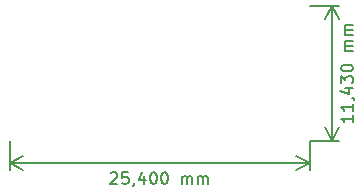
<source format=gbr>
%TF.GenerationSoftware,KiCad,Pcbnew,5.1.4-3.fc31*%
%TF.CreationDate,2019-11-22T15:17:55+01:00*%
%TF.ProjectId,screw-terminal-to-pcb-adapter,73637265-772d-4746-9572-6d696e616c2d,0.5*%
%TF.SameCoordinates,PX730f910PY310d5f8*%
%TF.FileFunction,Other,Comment*%
%FSLAX46Y46*%
G04 Gerber Fmt 4.6, Leading zero omitted, Abs format (unit mm)*
G04 Created by KiCad (PCBNEW 5.1.4-3.fc31) date 2019-11-22 15:17:55*
%MOMM*%
%LPD*%
G04 APERTURE LIST*
%ADD10C,0.150000*%
G04 APERTURE END LIST*
D10*
X29057380Y2143572D02*
X29057380Y1572143D01*
X29057380Y1857858D02*
X28057380Y1857858D01*
X28200238Y1762620D01*
X28295476Y1667381D01*
X28343095Y1572143D01*
X29057380Y3095953D02*
X29057380Y2524524D01*
X29057380Y2810239D02*
X28057380Y2810239D01*
X28200238Y2715000D01*
X28295476Y2619762D01*
X28343095Y2524524D01*
X29009761Y3572143D02*
X29057380Y3572143D01*
X29152619Y3524524D01*
X29200238Y3476905D01*
X28390714Y4429286D02*
X29057380Y4429286D01*
X28009761Y4191191D02*
X28724047Y3953096D01*
X28724047Y4572143D01*
X28057380Y4857858D02*
X28057380Y5476905D01*
X28438333Y5143572D01*
X28438333Y5286429D01*
X28485952Y5381667D01*
X28533571Y5429286D01*
X28628809Y5476905D01*
X28866904Y5476905D01*
X28962142Y5429286D01*
X29009761Y5381667D01*
X29057380Y5286429D01*
X29057380Y5000715D01*
X29009761Y4905477D01*
X28962142Y4857858D01*
X28057380Y6095953D02*
X28057380Y6191191D01*
X28105000Y6286429D01*
X28152619Y6334048D01*
X28247857Y6381667D01*
X28438333Y6429286D01*
X28676428Y6429286D01*
X28866904Y6381667D01*
X28962142Y6334048D01*
X29009761Y6286429D01*
X29057380Y6191191D01*
X29057380Y6095953D01*
X29009761Y6000715D01*
X28962142Y5953096D01*
X28866904Y5905477D01*
X28676428Y5857858D01*
X28438333Y5857858D01*
X28247857Y5905477D01*
X28152619Y5953096D01*
X28105000Y6000715D01*
X28057380Y6095953D01*
X29057380Y7619762D02*
X28390714Y7619762D01*
X28485952Y7619762D02*
X28438333Y7667381D01*
X28390714Y7762620D01*
X28390714Y7905477D01*
X28438333Y8000715D01*
X28533571Y8048334D01*
X29057380Y8048334D01*
X28533571Y8048334D02*
X28438333Y8095953D01*
X28390714Y8191191D01*
X28390714Y8334048D01*
X28438333Y8429286D01*
X28533571Y8476905D01*
X29057380Y8476905D01*
X29057380Y8953096D02*
X28390714Y8953096D01*
X28485952Y8953096D02*
X28438333Y9000715D01*
X28390714Y9095953D01*
X28390714Y9238810D01*
X28438333Y9334048D01*
X28533571Y9381667D01*
X29057380Y9381667D01*
X28533571Y9381667D02*
X28438333Y9429286D01*
X28390714Y9524524D01*
X28390714Y9667381D01*
X28438333Y9762620D01*
X28533571Y9810239D01*
X29057380Y9810239D01*
X27305000Y0D02*
X27305000Y11430000D01*
X25400000Y0D02*
X27891421Y0D01*
X25400000Y11430000D02*
X27891421Y11430000D01*
X27305000Y11430000D02*
X27891421Y10303496D01*
X27305000Y11430000D02*
X26718579Y10303496D01*
X27305000Y0D02*
X27891421Y1126504D01*
X27305000Y0D02*
X26718579Y1126504D01*
X8557142Y-2752619D02*
X8604761Y-2705000D01*
X8700000Y-2657380D01*
X8938095Y-2657380D01*
X9033333Y-2705000D01*
X9080952Y-2752619D01*
X9128571Y-2847857D01*
X9128571Y-2943095D01*
X9080952Y-3085952D01*
X8509523Y-3657380D01*
X9128571Y-3657380D01*
X10033333Y-2657380D02*
X9557142Y-2657380D01*
X9509523Y-3133571D01*
X9557142Y-3085952D01*
X9652380Y-3038333D01*
X9890476Y-3038333D01*
X9985714Y-3085952D01*
X10033333Y-3133571D01*
X10080952Y-3228809D01*
X10080952Y-3466904D01*
X10033333Y-3562142D01*
X9985714Y-3609761D01*
X9890476Y-3657380D01*
X9652380Y-3657380D01*
X9557142Y-3609761D01*
X9509523Y-3562142D01*
X10557142Y-3609761D02*
X10557142Y-3657380D01*
X10509523Y-3752619D01*
X10461904Y-3800238D01*
X11414285Y-2990714D02*
X11414285Y-3657380D01*
X11176190Y-2609761D02*
X10938095Y-3324047D01*
X11557142Y-3324047D01*
X12128571Y-2657380D02*
X12223809Y-2657380D01*
X12319047Y-2705000D01*
X12366666Y-2752619D01*
X12414285Y-2847857D01*
X12461904Y-3038333D01*
X12461904Y-3276428D01*
X12414285Y-3466904D01*
X12366666Y-3562142D01*
X12319047Y-3609761D01*
X12223809Y-3657380D01*
X12128571Y-3657380D01*
X12033333Y-3609761D01*
X11985714Y-3562142D01*
X11938095Y-3466904D01*
X11890476Y-3276428D01*
X11890476Y-3038333D01*
X11938095Y-2847857D01*
X11985714Y-2752619D01*
X12033333Y-2705000D01*
X12128571Y-2657380D01*
X13080952Y-2657380D02*
X13176190Y-2657380D01*
X13271428Y-2705000D01*
X13319047Y-2752619D01*
X13366666Y-2847857D01*
X13414285Y-3038333D01*
X13414285Y-3276428D01*
X13366666Y-3466904D01*
X13319047Y-3562142D01*
X13271428Y-3609761D01*
X13176190Y-3657380D01*
X13080952Y-3657380D01*
X12985714Y-3609761D01*
X12938095Y-3562142D01*
X12890476Y-3466904D01*
X12842857Y-3276428D01*
X12842857Y-3038333D01*
X12890476Y-2847857D01*
X12938095Y-2752619D01*
X12985714Y-2705000D01*
X13080952Y-2657380D01*
X14604761Y-3657380D02*
X14604761Y-2990714D01*
X14604761Y-3085952D02*
X14652380Y-3038333D01*
X14747619Y-2990714D01*
X14890476Y-2990714D01*
X14985714Y-3038333D01*
X15033333Y-3133571D01*
X15033333Y-3657380D01*
X15033333Y-3133571D02*
X15080952Y-3038333D01*
X15176190Y-2990714D01*
X15319047Y-2990714D01*
X15414285Y-3038333D01*
X15461904Y-3133571D01*
X15461904Y-3657380D01*
X15938095Y-3657380D02*
X15938095Y-2990714D01*
X15938095Y-3085952D02*
X15985714Y-3038333D01*
X16080952Y-2990714D01*
X16223809Y-2990714D01*
X16319047Y-3038333D01*
X16366666Y-3133571D01*
X16366666Y-3657380D01*
X16366666Y-3133571D02*
X16414285Y-3038333D01*
X16509523Y-2990714D01*
X16652380Y-2990714D01*
X16747619Y-3038333D01*
X16795238Y-3133571D01*
X16795238Y-3657380D01*
X0Y-1905000D02*
X25400000Y-1905000D01*
X0Y0D02*
X0Y-2491421D01*
X25400000Y0D02*
X25400000Y-2491421D01*
X25400000Y-1905000D02*
X24273496Y-2491421D01*
X25400000Y-1905000D02*
X24273496Y-1318579D01*
X0Y-1905000D02*
X1126504Y-2491421D01*
X0Y-1905000D02*
X1126504Y-1318579D01*
M02*

</source>
